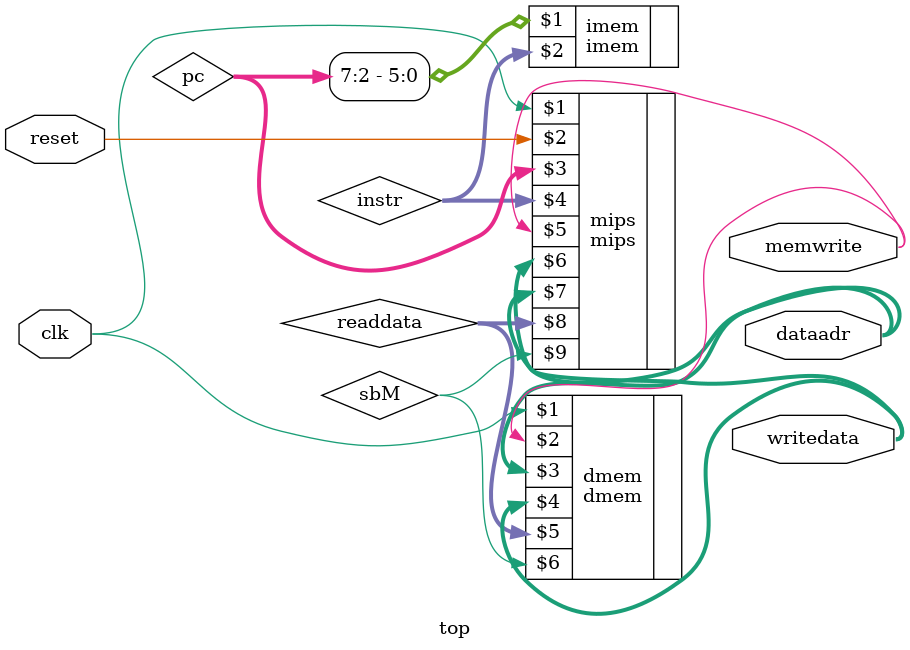
<source format=sv>
module top(input  logic        clk, reset, 
           output logic [31:0] writedata, dataadr, 
           output logic        memwrite);

  logic [31:0] pc, instr, readdata;
  
  // instantiate processor and memories
  mips mips(clk, reset, pc, instr, memwrite, dataadr, 
            writedata, readdata,sbM);
  imem imem(pc[7:2], instr);
  dmem dmem(clk, memwrite, dataadr, writedata, readdata,sbM);
endmodule

</source>
